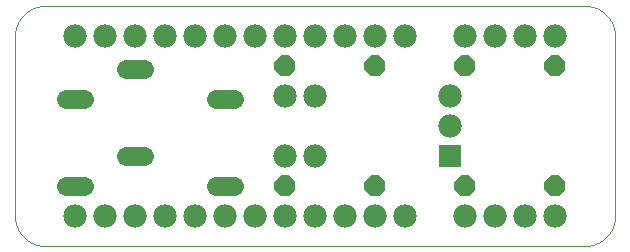
<source format=gts>
G75*
%MOIN*%
%OFA0B0*%
%FSLAX25Y25*%
%IPPOS*%
%LPD*%
%AMOC8*
5,1,8,0,0,1.08239X$1,22.5*
%
%ADD10C,0.00000*%
%ADD11R,0.07800X0.07800*%
%ADD12C,0.07800*%
%ADD13OC8,0.07000*%
%ADD14C,0.06400*%
D10*
X0021300Y0011300D02*
X0201300Y0011300D01*
X0201542Y0011303D01*
X0201783Y0011312D01*
X0202024Y0011326D01*
X0202265Y0011347D01*
X0202505Y0011373D01*
X0202745Y0011405D01*
X0202984Y0011443D01*
X0203221Y0011486D01*
X0203458Y0011536D01*
X0203693Y0011591D01*
X0203927Y0011651D01*
X0204159Y0011718D01*
X0204390Y0011789D01*
X0204619Y0011867D01*
X0204846Y0011950D01*
X0205071Y0012038D01*
X0205294Y0012132D01*
X0205514Y0012231D01*
X0205732Y0012336D01*
X0205947Y0012445D01*
X0206160Y0012560D01*
X0206370Y0012680D01*
X0206576Y0012805D01*
X0206780Y0012935D01*
X0206981Y0013070D01*
X0207178Y0013210D01*
X0207372Y0013354D01*
X0207562Y0013503D01*
X0207748Y0013657D01*
X0207931Y0013815D01*
X0208110Y0013977D01*
X0208285Y0014144D01*
X0208456Y0014315D01*
X0208623Y0014490D01*
X0208785Y0014669D01*
X0208943Y0014852D01*
X0209097Y0015038D01*
X0209246Y0015228D01*
X0209390Y0015422D01*
X0209530Y0015619D01*
X0209665Y0015820D01*
X0209795Y0016024D01*
X0209920Y0016230D01*
X0210040Y0016440D01*
X0210155Y0016653D01*
X0210264Y0016868D01*
X0210369Y0017086D01*
X0210468Y0017306D01*
X0210562Y0017529D01*
X0210650Y0017754D01*
X0210733Y0017981D01*
X0210811Y0018210D01*
X0210882Y0018441D01*
X0210949Y0018673D01*
X0211009Y0018907D01*
X0211064Y0019142D01*
X0211114Y0019379D01*
X0211157Y0019616D01*
X0211195Y0019855D01*
X0211227Y0020095D01*
X0211253Y0020335D01*
X0211274Y0020576D01*
X0211288Y0020817D01*
X0211297Y0021058D01*
X0211300Y0021300D01*
X0211300Y0081300D01*
X0211297Y0081542D01*
X0211288Y0081783D01*
X0211274Y0082024D01*
X0211253Y0082265D01*
X0211227Y0082505D01*
X0211195Y0082745D01*
X0211157Y0082984D01*
X0211114Y0083221D01*
X0211064Y0083458D01*
X0211009Y0083693D01*
X0210949Y0083927D01*
X0210882Y0084159D01*
X0210811Y0084390D01*
X0210733Y0084619D01*
X0210650Y0084846D01*
X0210562Y0085071D01*
X0210468Y0085294D01*
X0210369Y0085514D01*
X0210264Y0085732D01*
X0210155Y0085947D01*
X0210040Y0086160D01*
X0209920Y0086370D01*
X0209795Y0086576D01*
X0209665Y0086780D01*
X0209530Y0086981D01*
X0209390Y0087178D01*
X0209246Y0087372D01*
X0209097Y0087562D01*
X0208943Y0087748D01*
X0208785Y0087931D01*
X0208623Y0088110D01*
X0208456Y0088285D01*
X0208285Y0088456D01*
X0208110Y0088623D01*
X0207931Y0088785D01*
X0207748Y0088943D01*
X0207562Y0089097D01*
X0207372Y0089246D01*
X0207178Y0089390D01*
X0206981Y0089530D01*
X0206780Y0089665D01*
X0206576Y0089795D01*
X0206370Y0089920D01*
X0206160Y0090040D01*
X0205947Y0090155D01*
X0205732Y0090264D01*
X0205514Y0090369D01*
X0205294Y0090468D01*
X0205071Y0090562D01*
X0204846Y0090650D01*
X0204619Y0090733D01*
X0204390Y0090811D01*
X0204159Y0090882D01*
X0203927Y0090949D01*
X0203693Y0091009D01*
X0203458Y0091064D01*
X0203221Y0091114D01*
X0202984Y0091157D01*
X0202745Y0091195D01*
X0202505Y0091227D01*
X0202265Y0091253D01*
X0202024Y0091274D01*
X0201783Y0091288D01*
X0201542Y0091297D01*
X0201300Y0091300D01*
X0021300Y0091300D01*
X0021058Y0091297D01*
X0020817Y0091288D01*
X0020576Y0091274D01*
X0020335Y0091253D01*
X0020095Y0091227D01*
X0019855Y0091195D01*
X0019616Y0091157D01*
X0019379Y0091114D01*
X0019142Y0091064D01*
X0018907Y0091009D01*
X0018673Y0090949D01*
X0018441Y0090882D01*
X0018210Y0090811D01*
X0017981Y0090733D01*
X0017754Y0090650D01*
X0017529Y0090562D01*
X0017306Y0090468D01*
X0017086Y0090369D01*
X0016868Y0090264D01*
X0016653Y0090155D01*
X0016440Y0090040D01*
X0016230Y0089920D01*
X0016024Y0089795D01*
X0015820Y0089665D01*
X0015619Y0089530D01*
X0015422Y0089390D01*
X0015228Y0089246D01*
X0015038Y0089097D01*
X0014852Y0088943D01*
X0014669Y0088785D01*
X0014490Y0088623D01*
X0014315Y0088456D01*
X0014144Y0088285D01*
X0013977Y0088110D01*
X0013815Y0087931D01*
X0013657Y0087748D01*
X0013503Y0087562D01*
X0013354Y0087372D01*
X0013210Y0087178D01*
X0013070Y0086981D01*
X0012935Y0086780D01*
X0012805Y0086576D01*
X0012680Y0086370D01*
X0012560Y0086160D01*
X0012445Y0085947D01*
X0012336Y0085732D01*
X0012231Y0085514D01*
X0012132Y0085294D01*
X0012038Y0085071D01*
X0011950Y0084846D01*
X0011867Y0084619D01*
X0011789Y0084390D01*
X0011718Y0084159D01*
X0011651Y0083927D01*
X0011591Y0083693D01*
X0011536Y0083458D01*
X0011486Y0083221D01*
X0011443Y0082984D01*
X0011405Y0082745D01*
X0011373Y0082505D01*
X0011347Y0082265D01*
X0011326Y0082024D01*
X0011312Y0081783D01*
X0011303Y0081542D01*
X0011300Y0081300D01*
X0011300Y0021300D01*
X0011303Y0021058D01*
X0011312Y0020817D01*
X0011326Y0020576D01*
X0011347Y0020335D01*
X0011373Y0020095D01*
X0011405Y0019855D01*
X0011443Y0019616D01*
X0011486Y0019379D01*
X0011536Y0019142D01*
X0011591Y0018907D01*
X0011651Y0018673D01*
X0011718Y0018441D01*
X0011789Y0018210D01*
X0011867Y0017981D01*
X0011950Y0017754D01*
X0012038Y0017529D01*
X0012132Y0017306D01*
X0012231Y0017086D01*
X0012336Y0016868D01*
X0012445Y0016653D01*
X0012560Y0016440D01*
X0012680Y0016230D01*
X0012805Y0016024D01*
X0012935Y0015820D01*
X0013070Y0015619D01*
X0013210Y0015422D01*
X0013354Y0015228D01*
X0013503Y0015038D01*
X0013657Y0014852D01*
X0013815Y0014669D01*
X0013977Y0014490D01*
X0014144Y0014315D01*
X0014315Y0014144D01*
X0014490Y0013977D01*
X0014669Y0013815D01*
X0014852Y0013657D01*
X0015038Y0013503D01*
X0015228Y0013354D01*
X0015422Y0013210D01*
X0015619Y0013070D01*
X0015820Y0012935D01*
X0016024Y0012805D01*
X0016230Y0012680D01*
X0016440Y0012560D01*
X0016653Y0012445D01*
X0016868Y0012336D01*
X0017086Y0012231D01*
X0017306Y0012132D01*
X0017529Y0012038D01*
X0017754Y0011950D01*
X0017981Y0011867D01*
X0018210Y0011789D01*
X0018441Y0011718D01*
X0018673Y0011651D01*
X0018907Y0011591D01*
X0019142Y0011536D01*
X0019379Y0011486D01*
X0019616Y0011443D01*
X0019855Y0011405D01*
X0020095Y0011373D01*
X0020335Y0011347D01*
X0020576Y0011326D01*
X0020817Y0011312D01*
X0021058Y0011303D01*
X0021300Y0011300D01*
D11*
X0156300Y0041300D03*
D12*
X0156300Y0051300D03*
X0156300Y0061300D03*
X0161300Y0081300D03*
X0171300Y0081300D03*
X0181300Y0081300D03*
X0191300Y0081300D03*
X0141300Y0081300D03*
X0131300Y0081300D03*
X0121300Y0081300D03*
X0111300Y0081300D03*
X0101300Y0081300D03*
X0091300Y0081300D03*
X0081300Y0081300D03*
X0071300Y0081300D03*
X0061300Y0081300D03*
X0051300Y0081300D03*
X0041300Y0081300D03*
X0031300Y0081300D03*
X0101300Y0061300D03*
X0111300Y0061300D03*
X0111300Y0041300D03*
X0101300Y0041300D03*
X0101300Y0021300D03*
X0091300Y0021300D03*
X0081300Y0021300D03*
X0071300Y0021300D03*
X0061300Y0021300D03*
X0051300Y0021300D03*
X0041300Y0021300D03*
X0031300Y0021300D03*
X0111300Y0021300D03*
X0121300Y0021300D03*
X0131300Y0021300D03*
X0141300Y0021300D03*
X0161300Y0021300D03*
X0171300Y0021300D03*
X0181300Y0021300D03*
X0191300Y0021300D03*
D13*
X0191300Y0031300D03*
X0161300Y0031300D03*
X0131300Y0031300D03*
X0101300Y0031300D03*
X0101300Y0071300D03*
X0131300Y0071300D03*
X0161300Y0071300D03*
X0191300Y0071300D03*
D14*
X0084300Y0060300D02*
X0078300Y0060300D01*
X0054300Y0070300D02*
X0048300Y0070300D01*
X0034300Y0060300D02*
X0028300Y0060300D01*
X0048300Y0041300D02*
X0054300Y0041300D01*
X0034300Y0031300D02*
X0028300Y0031300D01*
X0078300Y0031300D02*
X0084300Y0031300D01*
M02*

</source>
